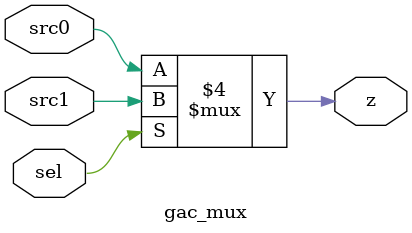
<source format=v>
module gac_mux (sel, src0, src1, z);
  
  input sel;
  input src0;
  input src1;
  output reg z;
  

  always @(sel or src0 or src1)
      begin
        if (sel == 1'b0) z <= src0;
        else z <= src1;
      end
      // begin
      //   case (sel) 
      //   0 : z <= src0;
      //   1 : z <=src1;
      //   default : z <= src0;

      //   endcase
      // end
   
endmodule

</source>
